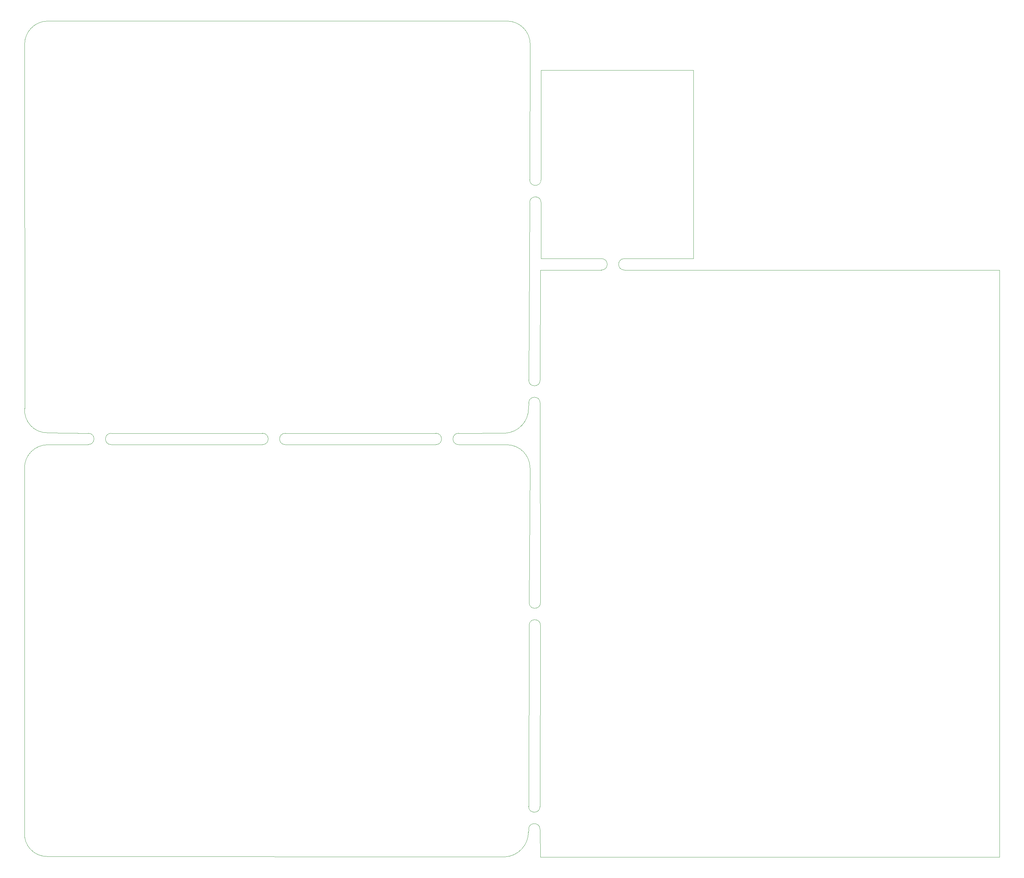
<source format=gbr>
%TF.GenerationSoftware,KiCad,Pcbnew,6.0.11-2627ca5db0~126~ubuntu20.04.1*%
%TF.CreationDate,2023-05-10T15:16:23+05:30*%
%TF.ProjectId,MVCU_COPY,4d564355-5f43-44f5-9059-2e6b69636164,rev?*%
%TF.SameCoordinates,Original*%
%TF.FileFunction,Profile,NP*%
%FSLAX46Y46*%
G04 Gerber Fmt 4.6, Leading zero omitted, Abs format (unit mm)*
G04 Created by KiCad (PCBNEW 6.0.11-2627ca5db0~126~ubuntu20.04.1) date 2023-05-10 15:16:23*
%MOMM*%
%LPD*%
G01*
G04 APERTURE LIST*
%TA.AperFunction,Profile*%
%ADD10C,0.050000*%
%TD*%
%TA.AperFunction,Profile*%
%ADD11C,0.120000*%
%TD*%
G04 APERTURE END LIST*
D10*
X166075000Y-181350000D02*
X166018000Y-182095000D01*
X166200000Y-127725000D02*
X166075000Y-175350000D01*
X166447000Y-86323000D02*
X166200000Y-121725000D01*
X166057000Y-70675000D02*
X166100000Y-69225000D01*
X166350000Y-16525000D02*
X166100000Y-63225000D01*
X166486000Y25097000D02*
X166350000Y-10525000D01*
X191225000Y-34275000D02*
X289790000Y-34325000D01*
X169140000Y-34325000D02*
X185225000Y-34275000D01*
X169075000Y-181350000D02*
X169140000Y-188630000D01*
X169200000Y-127725000D02*
X169075000Y-175350000D01*
X169100000Y-69225000D02*
X169200000Y-121725000D01*
X169140000Y-34325000D02*
X169100000Y-63225000D01*
X169350000Y-10525000D02*
X169347500Y18280000D01*
X191225000Y-31275000D02*
X209357500Y-31225000D01*
X169352500Y-31225000D02*
X169350000Y-16525000D01*
X185225000Y-31275000D02*
X169352500Y-31225000D01*
D11*
X191225000Y-31275000D02*
G75*
G03*
X191225000Y-34275000I0J-1500000D01*
G01*
X185225000Y-34275000D02*
G75*
G03*
X185225000Y-31275000I0J1500000D01*
G01*
X166350000Y-10525000D02*
G75*
G03*
X169350000Y-10525000I1500000J0D01*
G01*
X169350000Y-16525000D02*
G75*
G03*
X166350000Y-16525000I-1500000J0D01*
G01*
X166100000Y-63225000D02*
G75*
G03*
X169100000Y-63225000I1500000J0D01*
G01*
X169100000Y-69225000D02*
G75*
G03*
X166100000Y-69225000I-1500000J0D01*
G01*
X166200000Y-121725000D02*
G75*
G03*
X169200000Y-121725000I1500000J0D01*
G01*
X169200000Y-127725000D02*
G75*
G03*
X166200000Y-127725000I-1500000J0D01*
G01*
X166075000Y-175350000D02*
G75*
G03*
X169075000Y-175350000I1500000J0D01*
G01*
X169075000Y-181350000D02*
G75*
G03*
X166075000Y-181350000I-1500000J0D01*
G01*
D10*
X289790000Y-188630000D02*
X169140000Y-188630000D01*
X289790000Y-34325000D02*
X289790000Y-188630000D01*
X209352500Y18280000D02*
X209357500Y-31225000D01*
X169347500Y18280000D02*
X209352500Y18280000D01*
X160390000Y31193000D02*
X39740000Y31193000D01*
X141693000Y-77195000D02*
X102143000Y-77195000D01*
X147693000Y-77195000D02*
X159957000Y-77175000D01*
X56393000Y-80195000D02*
X96143000Y-80195000D01*
X96143000Y-77195000D02*
X56393000Y-77195000D01*
D11*
X141693000Y-80195000D02*
G75*
G03*
X141693000Y-77195000I0J1500000D01*
G01*
D10*
X102143000Y-80195000D02*
X141693000Y-80195000D01*
D11*
X102143000Y-77195000D02*
G75*
G03*
X102143000Y-80195000I0J-1500000D01*
G01*
D10*
X39701000Y-80227000D02*
G75*
G03*
X33605000Y-86323000I0J-6096000D01*
G01*
X33657020Y-70675002D02*
G75*
G03*
X39657000Y-77075000I5903680J-477798D01*
G01*
X159956999Y-77174986D02*
G75*
G03*
X166057000Y-70675000I-413099J6499986D01*
G01*
X39701000Y-80227000D02*
X50393000Y-80155000D01*
X33618020Y-182095002D02*
G75*
G03*
X39618000Y-188495000I5903680J-477798D01*
G01*
X33618000Y-182095000D02*
X33605000Y-86323000D01*
D11*
X56393000Y-77195000D02*
G75*
G03*
X56393000Y-80195000I0J-1500000D01*
G01*
D10*
X166447000Y-86323000D02*
G75*
G03*
X160351000Y-80227000I-6096000J0D01*
G01*
X147693000Y-80195000D02*
X160351000Y-80227000D01*
X166486000Y25097000D02*
G75*
G03*
X160390000Y31193000I-6096000J0D01*
G01*
X50393000Y-77195000D02*
X39657000Y-77075000D01*
X39740000Y31193000D02*
G75*
G03*
X33644000Y25097000I0J-6096000D01*
G01*
X159918000Y-188595000D02*
X39618000Y-188495000D01*
D11*
X147693000Y-77195000D02*
G75*
G03*
X147693000Y-80195000I0J-1500000D01*
G01*
D10*
X159917999Y-188594986D02*
G75*
G03*
X166018000Y-182095000I-413099J6499986D01*
G01*
X33657000Y-70675000D02*
X33644000Y25097000D01*
D11*
X50393000Y-80155000D02*
G75*
G03*
X50393000Y-77195000I0J1480000D01*
G01*
X96143000Y-80195000D02*
G75*
G03*
X96143000Y-77195000I0J1500000D01*
G01*
M02*

</source>
